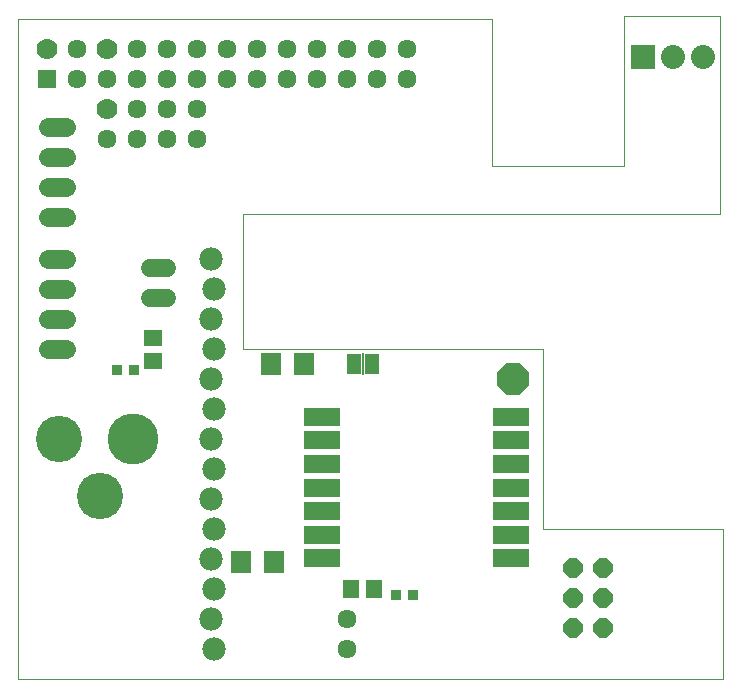
<source format=gts>
G75*
%MOIN*%
%OFA0B0*%
%FSLAX24Y24*%
%IPPOS*%
%LPD*%
%AMOC8*
5,1,8,0,0,1.08239X$1,22.5*
%
%ADD10C,0.0000*%
%ADD11R,0.0634X0.0634*%
%ADD12C,0.0700*%
%ADD13C,0.0634*%
%ADD14R,0.0800X0.0800*%
%ADD15C,0.0800*%
%ADD16C,0.0600*%
%ADD17C,0.1700*%
%ADD18C,0.1542*%
%ADD19C,0.0640*%
%ADD20R,0.0355X0.0355*%
%ADD21R,0.0631X0.0552*%
%ADD22OC8,0.0640*%
%ADD23R,0.1221X0.0631*%
%ADD24C,0.0780*%
%ADD25R,0.0552X0.0631*%
%ADD26OC8,0.1040*%
%ADD27R,0.0500X0.0670*%
%ADD28R,0.0060X0.0720*%
%ADD29R,0.0670X0.0749*%
D10*
X005976Y000558D02*
X029476Y000558D01*
X029476Y005558D01*
X023476Y005558D01*
X023476Y011558D01*
X013476Y011558D01*
X013476Y016058D01*
X029376Y016058D01*
X029376Y022658D01*
X026176Y022658D01*
X026176Y017658D01*
X021776Y017658D01*
X021776Y022558D01*
X005976Y022558D01*
X005976Y000558D01*
D11*
X006960Y020558D03*
D12*
X006960Y021558D03*
X008960Y021558D03*
X008960Y019558D03*
D13*
X009960Y019558D03*
X010960Y019558D03*
X011960Y019558D03*
X011960Y018558D03*
X010960Y018558D03*
X009960Y018558D03*
X008960Y018558D03*
X008960Y020558D03*
X009960Y020558D03*
X010960Y020558D03*
X011960Y020558D03*
X012960Y020558D03*
X013960Y020558D03*
X014960Y020558D03*
X015960Y020558D03*
X016960Y020558D03*
X017960Y020558D03*
X018960Y020558D03*
X018960Y021558D03*
X017960Y021558D03*
X016960Y021558D03*
X015960Y021558D03*
X014960Y021558D03*
X013960Y021558D03*
X012960Y021558D03*
X011960Y021558D03*
X010960Y021558D03*
X009960Y021558D03*
X007960Y021558D03*
X007960Y020558D03*
X016960Y002558D03*
X016960Y001558D03*
D14*
X026826Y021308D03*
D15*
X027826Y021308D03*
X028826Y021308D03*
D16*
X010956Y014258D02*
X010396Y014258D01*
X010396Y013258D02*
X010956Y013258D01*
D17*
X009830Y008558D03*
D18*
X007370Y008558D03*
X008708Y006668D03*
D19*
X007576Y011558D02*
X006976Y011558D01*
X006976Y012558D02*
X007576Y012558D01*
X007576Y013558D02*
X006976Y013558D01*
X006976Y014558D02*
X007576Y014558D01*
X007576Y015958D02*
X006976Y015958D01*
X006976Y016958D02*
X007576Y016958D01*
X007576Y017958D02*
X006976Y017958D01*
X006976Y018958D02*
X007576Y018958D01*
D20*
X009281Y010858D03*
X009871Y010858D03*
X018581Y003358D03*
X019171Y003358D03*
D21*
X010476Y011184D03*
X010476Y011932D03*
D22*
X024476Y004258D03*
X025476Y004258D03*
X025476Y003258D03*
X024476Y003258D03*
X024476Y002258D03*
X025476Y002258D03*
D23*
X022413Y004590D03*
X022413Y005377D03*
X022413Y006164D03*
X022413Y006952D03*
X022413Y007739D03*
X022413Y008527D03*
X022413Y009314D03*
X016114Y009314D03*
X016114Y008527D03*
X016114Y007739D03*
X016114Y006952D03*
X016114Y006164D03*
X016114Y005377D03*
X016114Y004590D03*
D24*
X012426Y004558D03*
X012526Y003558D03*
X012426Y002558D03*
X012526Y001558D03*
X012526Y005558D03*
X012426Y006558D03*
X012526Y007558D03*
X012426Y008558D03*
X012526Y009558D03*
X012426Y010558D03*
X012526Y011558D03*
X012426Y012558D03*
X012526Y013558D03*
X012426Y014558D03*
D25*
X017102Y003558D03*
X017850Y003558D03*
D26*
X022476Y010558D03*
D27*
X017776Y011058D03*
X017176Y011058D03*
D28*
X017476Y011058D03*
D29*
X015527Y011058D03*
X014425Y011058D03*
X014527Y004458D03*
X013425Y004458D03*
M02*

</source>
